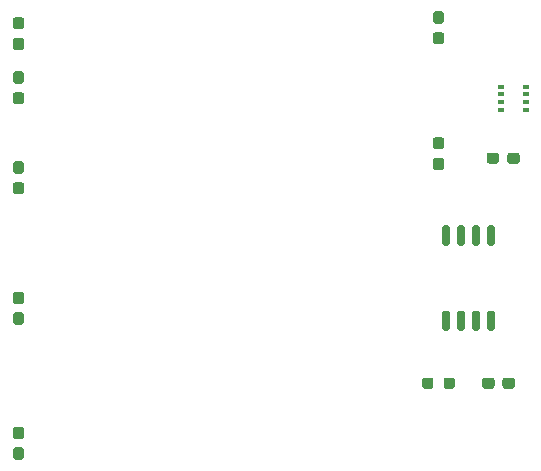
<source format=gbr>
%TF.GenerationSoftware,KiCad,Pcbnew,5.1.9*%
%TF.CreationDate,2021-03-30T17:04:31-04:00*%
%TF.ProjectId,weather_station,77656174-6865-4725-9f73-746174696f6e,rev?*%
%TF.SameCoordinates,Original*%
%TF.FileFunction,Paste,Top*%
%TF.FilePolarity,Positive*%
%FSLAX46Y46*%
G04 Gerber Fmt 4.6, Leading zero omitted, Abs format (unit mm)*
G04 Created by KiCad (PCBNEW 5.1.9) date 2021-03-30 17:04:31*
%MOMM*%
%LPD*%
G01*
G04 APERTURE LIST*
%ADD10R,0.500000X0.350000*%
G04 APERTURE END LIST*
%TO.C,C3*%
G36*
G01*
X122157500Y-93630000D02*
X121682500Y-93630000D01*
G75*
G02*
X121445000Y-93392500I0J237500D01*
G01*
X121445000Y-92817500D01*
G75*
G02*
X121682500Y-92580000I237500J0D01*
G01*
X122157500Y-92580000D01*
G75*
G02*
X122395000Y-92817500I0J-237500D01*
G01*
X122395000Y-93392500D01*
G75*
G02*
X122157500Y-93630000I-237500J0D01*
G01*
G37*
G36*
G01*
X122157500Y-95380000D02*
X121682500Y-95380000D01*
G75*
G02*
X121445000Y-95142500I0J237500D01*
G01*
X121445000Y-94567500D01*
G75*
G02*
X121682500Y-94330000I237500J0D01*
G01*
X122157500Y-94330000D01*
G75*
G02*
X122395000Y-94567500I0J-237500D01*
G01*
X122395000Y-95142500D01*
G75*
G02*
X122157500Y-95380000I-237500J0D01*
G01*
G37*
%TD*%
%TO.C,R5*%
G36*
G01*
X121682500Y-83295000D02*
X122157500Y-83295000D01*
G75*
G02*
X122395000Y-83532500I0J-237500D01*
G01*
X122395000Y-84107500D01*
G75*
G02*
X122157500Y-84345000I-237500J0D01*
G01*
X121682500Y-84345000D01*
G75*
G02*
X121445000Y-84107500I0J237500D01*
G01*
X121445000Y-83532500D01*
G75*
G02*
X121682500Y-83295000I237500J0D01*
G01*
G37*
G36*
G01*
X121682500Y-81545000D02*
X122157500Y-81545000D01*
G75*
G02*
X122395000Y-81782500I0J-237500D01*
G01*
X122395000Y-82357500D01*
G75*
G02*
X122157500Y-82595000I-237500J0D01*
G01*
X121682500Y-82595000D01*
G75*
G02*
X121445000Y-82357500I0J237500D01*
G01*
X121445000Y-81782500D01*
G75*
G02*
X121682500Y-81545000I237500J0D01*
G01*
G37*
%TD*%
%TO.C,R4*%
G36*
G01*
X122157500Y-105060000D02*
X121682500Y-105060000D01*
G75*
G02*
X121445000Y-104822500I0J237500D01*
G01*
X121445000Y-104247500D01*
G75*
G02*
X121682500Y-104010000I237500J0D01*
G01*
X122157500Y-104010000D01*
G75*
G02*
X122395000Y-104247500I0J-237500D01*
G01*
X122395000Y-104822500D01*
G75*
G02*
X122157500Y-105060000I-237500J0D01*
G01*
G37*
G36*
G01*
X122157500Y-106810000D02*
X121682500Y-106810000D01*
G75*
G02*
X121445000Y-106572500I0J237500D01*
G01*
X121445000Y-105997500D01*
G75*
G02*
X121682500Y-105760000I237500J0D01*
G01*
X122157500Y-105760000D01*
G75*
G02*
X122395000Y-105997500I0J-237500D01*
G01*
X122395000Y-106572500D01*
G75*
G02*
X122157500Y-106810000I-237500J0D01*
G01*
G37*
%TD*%
%TO.C,R3*%
G36*
G01*
X121682500Y-75675000D02*
X122157500Y-75675000D01*
G75*
G02*
X122395000Y-75912500I0J-237500D01*
G01*
X122395000Y-76487500D01*
G75*
G02*
X122157500Y-76725000I-237500J0D01*
G01*
X121682500Y-76725000D01*
G75*
G02*
X121445000Y-76487500I0J237500D01*
G01*
X121445000Y-75912500D01*
G75*
G02*
X121682500Y-75675000I237500J0D01*
G01*
G37*
G36*
G01*
X121682500Y-73925000D02*
X122157500Y-73925000D01*
G75*
G02*
X122395000Y-74162500I0J-237500D01*
G01*
X122395000Y-74737500D01*
G75*
G02*
X122157500Y-74975000I-237500J0D01*
G01*
X121682500Y-74975000D01*
G75*
G02*
X121445000Y-74737500I0J237500D01*
G01*
X121445000Y-74162500D01*
G75*
G02*
X121682500Y-73925000I237500J0D01*
G01*
G37*
%TD*%
%TO.C,C1*%
G36*
G01*
X122157500Y-70375000D02*
X121682500Y-70375000D01*
G75*
G02*
X121445000Y-70137500I0J237500D01*
G01*
X121445000Y-69562500D01*
G75*
G02*
X121682500Y-69325000I237500J0D01*
G01*
X122157500Y-69325000D01*
G75*
G02*
X122395000Y-69562500I0J-237500D01*
G01*
X122395000Y-70137500D01*
G75*
G02*
X122157500Y-70375000I-237500J0D01*
G01*
G37*
G36*
G01*
X122157500Y-72125000D02*
X121682500Y-72125000D01*
G75*
G02*
X121445000Y-71887500I0J237500D01*
G01*
X121445000Y-71312500D01*
G75*
G02*
X121682500Y-71075000I237500J0D01*
G01*
X122157500Y-71075000D01*
G75*
G02*
X122395000Y-71312500I0J-237500D01*
G01*
X122395000Y-71887500D01*
G75*
G02*
X122157500Y-72125000I-237500J0D01*
G01*
G37*
%TD*%
%TO.C,C2*%
G36*
G01*
X161555000Y-81517500D02*
X161555000Y-81042500D01*
G75*
G02*
X161792500Y-80805000I237500J0D01*
G01*
X162367500Y-80805000D01*
G75*
G02*
X162605000Y-81042500I0J-237500D01*
G01*
X162605000Y-81517500D01*
G75*
G02*
X162367500Y-81755000I-237500J0D01*
G01*
X161792500Y-81755000D01*
G75*
G02*
X161555000Y-81517500I0J237500D01*
G01*
G37*
G36*
G01*
X163305000Y-81517500D02*
X163305000Y-81042500D01*
G75*
G02*
X163542500Y-80805000I237500J0D01*
G01*
X164117500Y-80805000D01*
G75*
G02*
X164355000Y-81042500I0J-237500D01*
G01*
X164355000Y-81517500D01*
G75*
G02*
X164117500Y-81755000I-237500J0D01*
G01*
X163542500Y-81755000D01*
G75*
G02*
X163305000Y-81517500I0J237500D01*
G01*
G37*
%TD*%
%TO.C,R1*%
G36*
G01*
X157242500Y-68845000D02*
X157717500Y-68845000D01*
G75*
G02*
X157955000Y-69082500I0J-237500D01*
G01*
X157955000Y-69657500D01*
G75*
G02*
X157717500Y-69895000I-237500J0D01*
G01*
X157242500Y-69895000D01*
G75*
G02*
X157005000Y-69657500I0J237500D01*
G01*
X157005000Y-69082500D01*
G75*
G02*
X157242500Y-68845000I237500J0D01*
G01*
G37*
G36*
G01*
X157242500Y-70595000D02*
X157717500Y-70595000D01*
G75*
G02*
X157955000Y-70832500I0J-237500D01*
G01*
X157955000Y-71407500D01*
G75*
G02*
X157717500Y-71645000I-237500J0D01*
G01*
X157242500Y-71645000D01*
G75*
G02*
X157005000Y-71407500I0J237500D01*
G01*
X157005000Y-70832500D01*
G75*
G02*
X157242500Y-70595000I237500J0D01*
G01*
G37*
%TD*%
%TO.C,R2*%
G36*
G01*
X157717500Y-80535000D02*
X157242500Y-80535000D01*
G75*
G02*
X157005000Y-80297500I0J237500D01*
G01*
X157005000Y-79722500D01*
G75*
G02*
X157242500Y-79485000I237500J0D01*
G01*
X157717500Y-79485000D01*
G75*
G02*
X157955000Y-79722500I0J-237500D01*
G01*
X157955000Y-80297500D01*
G75*
G02*
X157717500Y-80535000I-237500J0D01*
G01*
G37*
G36*
G01*
X157717500Y-82285000D02*
X157242500Y-82285000D01*
G75*
G02*
X157005000Y-82047500I0J237500D01*
G01*
X157005000Y-81472500D01*
G75*
G02*
X157242500Y-81235000I237500J0D01*
G01*
X157717500Y-81235000D01*
G75*
G02*
X157955000Y-81472500I0J-237500D01*
G01*
X157955000Y-82047500D01*
G75*
G02*
X157717500Y-82285000I-237500J0D01*
G01*
G37*
%TD*%
D10*
%TO.C,U1*%
X162805000Y-77175000D03*
X162805000Y-76525000D03*
X162805000Y-75875000D03*
X162805000Y-75225000D03*
X164854999Y-75225000D03*
X164854999Y-75875000D03*
X164854999Y-76525000D03*
X164854999Y-77175000D03*
%TD*%
%TO.C,U3*%
G36*
G01*
X158265000Y-95915000D02*
X157965000Y-95915000D01*
G75*
G02*
X157815000Y-95765000I0J150000D01*
G01*
X157815000Y-94340000D01*
G75*
G02*
X157965000Y-94190000I150000J0D01*
G01*
X158265000Y-94190000D01*
G75*
G02*
X158415000Y-94340000I0J-150000D01*
G01*
X158415000Y-95765000D01*
G75*
G02*
X158265000Y-95915000I-150000J0D01*
G01*
G37*
G36*
G01*
X159535000Y-95915000D02*
X159235000Y-95915000D01*
G75*
G02*
X159085000Y-95765000I0J150000D01*
G01*
X159085000Y-94340000D01*
G75*
G02*
X159235000Y-94190000I150000J0D01*
G01*
X159535000Y-94190000D01*
G75*
G02*
X159685000Y-94340000I0J-150000D01*
G01*
X159685000Y-95765000D01*
G75*
G02*
X159535000Y-95915000I-150000J0D01*
G01*
G37*
G36*
G01*
X160805000Y-95915000D02*
X160505000Y-95915000D01*
G75*
G02*
X160355000Y-95765000I0J150000D01*
G01*
X160355000Y-94340000D01*
G75*
G02*
X160505000Y-94190000I150000J0D01*
G01*
X160805000Y-94190000D01*
G75*
G02*
X160955000Y-94340000I0J-150000D01*
G01*
X160955000Y-95765000D01*
G75*
G02*
X160805000Y-95915000I-150000J0D01*
G01*
G37*
G36*
G01*
X162075000Y-95915000D02*
X161775000Y-95915000D01*
G75*
G02*
X161625000Y-95765000I0J150000D01*
G01*
X161625000Y-94340000D01*
G75*
G02*
X161775000Y-94190000I150000J0D01*
G01*
X162075000Y-94190000D01*
G75*
G02*
X162225000Y-94340000I0J-150000D01*
G01*
X162225000Y-95765000D01*
G75*
G02*
X162075000Y-95915000I-150000J0D01*
G01*
G37*
G36*
G01*
X162075000Y-88690000D02*
X161775000Y-88690000D01*
G75*
G02*
X161625000Y-88540000I0J150000D01*
G01*
X161625000Y-87115000D01*
G75*
G02*
X161775000Y-86965000I150000J0D01*
G01*
X162075000Y-86965000D01*
G75*
G02*
X162225000Y-87115000I0J-150000D01*
G01*
X162225000Y-88540000D01*
G75*
G02*
X162075000Y-88690000I-150000J0D01*
G01*
G37*
G36*
G01*
X160805000Y-88690000D02*
X160505000Y-88690000D01*
G75*
G02*
X160355000Y-88540000I0J150000D01*
G01*
X160355000Y-87115000D01*
G75*
G02*
X160505000Y-86965000I150000J0D01*
G01*
X160805000Y-86965000D01*
G75*
G02*
X160955000Y-87115000I0J-150000D01*
G01*
X160955000Y-88540000D01*
G75*
G02*
X160805000Y-88690000I-150000J0D01*
G01*
G37*
G36*
G01*
X159535000Y-88690000D02*
X159235000Y-88690000D01*
G75*
G02*
X159085000Y-88540000I0J150000D01*
G01*
X159085000Y-87115000D01*
G75*
G02*
X159235000Y-86965000I150000J0D01*
G01*
X159535000Y-86965000D01*
G75*
G02*
X159685000Y-87115000I0J-150000D01*
G01*
X159685000Y-88540000D01*
G75*
G02*
X159535000Y-88690000I-150000J0D01*
G01*
G37*
G36*
G01*
X158265000Y-88690000D02*
X157965000Y-88690000D01*
G75*
G02*
X157815000Y-88540000I0J150000D01*
G01*
X157815000Y-87115000D01*
G75*
G02*
X157965000Y-86965000I150000J0D01*
G01*
X158265000Y-86965000D01*
G75*
G02*
X158415000Y-87115000I0J-150000D01*
G01*
X158415000Y-88540000D01*
G75*
G02*
X158265000Y-88690000I-150000J0D01*
G01*
G37*
%TD*%
%TO.C,C4*%
G36*
G01*
X161160000Y-100567500D02*
X161160000Y-100092500D01*
G75*
G02*
X161397500Y-99855000I237500J0D01*
G01*
X161997500Y-99855000D01*
G75*
G02*
X162235000Y-100092500I0J-237500D01*
G01*
X162235000Y-100567500D01*
G75*
G02*
X161997500Y-100805000I-237500J0D01*
G01*
X161397500Y-100805000D01*
G75*
G02*
X161160000Y-100567500I0J237500D01*
G01*
G37*
G36*
G01*
X162885000Y-100567500D02*
X162885000Y-100092500D01*
G75*
G02*
X163122500Y-99855000I237500J0D01*
G01*
X163722500Y-99855000D01*
G75*
G02*
X163960000Y-100092500I0J-237500D01*
G01*
X163960000Y-100567500D01*
G75*
G02*
X163722500Y-100805000I-237500J0D01*
G01*
X163122500Y-100805000D01*
G75*
G02*
X162885000Y-100567500I0J237500D01*
G01*
G37*
%TD*%
%TO.C,R6*%
G36*
G01*
X158880000Y-100092500D02*
X158880000Y-100567500D01*
G75*
G02*
X158642500Y-100805000I-237500J0D01*
G01*
X158142500Y-100805000D01*
G75*
G02*
X157905000Y-100567500I0J237500D01*
G01*
X157905000Y-100092500D01*
G75*
G02*
X158142500Y-99855000I237500J0D01*
G01*
X158642500Y-99855000D01*
G75*
G02*
X158880000Y-100092500I0J-237500D01*
G01*
G37*
G36*
G01*
X157055000Y-100092500D02*
X157055000Y-100567500D01*
G75*
G02*
X156817500Y-100805000I-237500J0D01*
G01*
X156317500Y-100805000D01*
G75*
G02*
X156080000Y-100567500I0J237500D01*
G01*
X156080000Y-100092500D01*
G75*
G02*
X156317500Y-99855000I237500J0D01*
G01*
X156817500Y-99855000D01*
G75*
G02*
X157055000Y-100092500I0J-237500D01*
G01*
G37*
%TD*%
M02*

</source>
